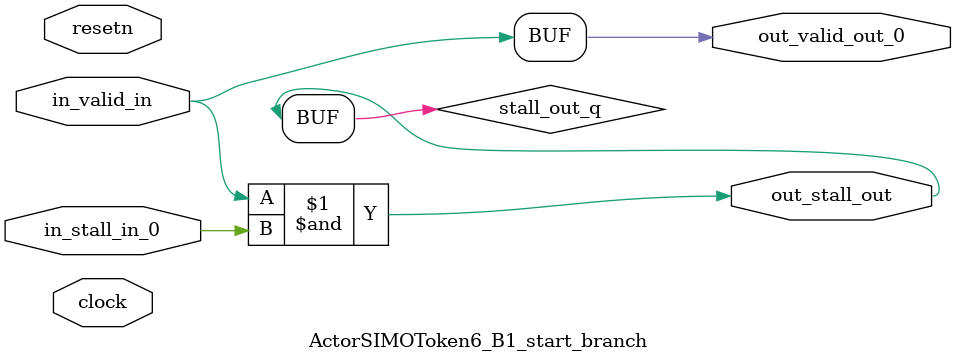
<source format=sv>



(* altera_attribute = "-name AUTO_SHIFT_REGISTER_RECOGNITION OFF; -name MESSAGE_DISABLE 10036; -name MESSAGE_DISABLE 10037; -name MESSAGE_DISABLE 14130; -name MESSAGE_DISABLE 14320; -name MESSAGE_DISABLE 15400; -name MESSAGE_DISABLE 14130; -name MESSAGE_DISABLE 10036; -name MESSAGE_DISABLE 12020; -name MESSAGE_DISABLE 12030; -name MESSAGE_DISABLE 12010; -name MESSAGE_DISABLE 12110; -name MESSAGE_DISABLE 14320; -name MESSAGE_DISABLE 13410; -name MESSAGE_DISABLE 113007; -name MESSAGE_DISABLE 10958" *)
module ActorSIMOToken6_B1_start_branch (
    input wire [0:0] in_stall_in_0,
    input wire [0:0] in_valid_in,
    output wire [0:0] out_stall_out,
    output wire [0:0] out_valid_out_0,
    input wire clock,
    input wire resetn
    );

    wire [0:0] stall_out_q;


    // stall_out(LOGICAL,6)
    assign stall_out_q = in_valid_in & in_stall_in_0;

    // out_stall_out(GPOUT,4)
    assign out_stall_out = stall_out_q;

    // out_valid_out_0(GPOUT,5)
    assign out_valid_out_0 = in_valid_in;

endmodule

</source>
